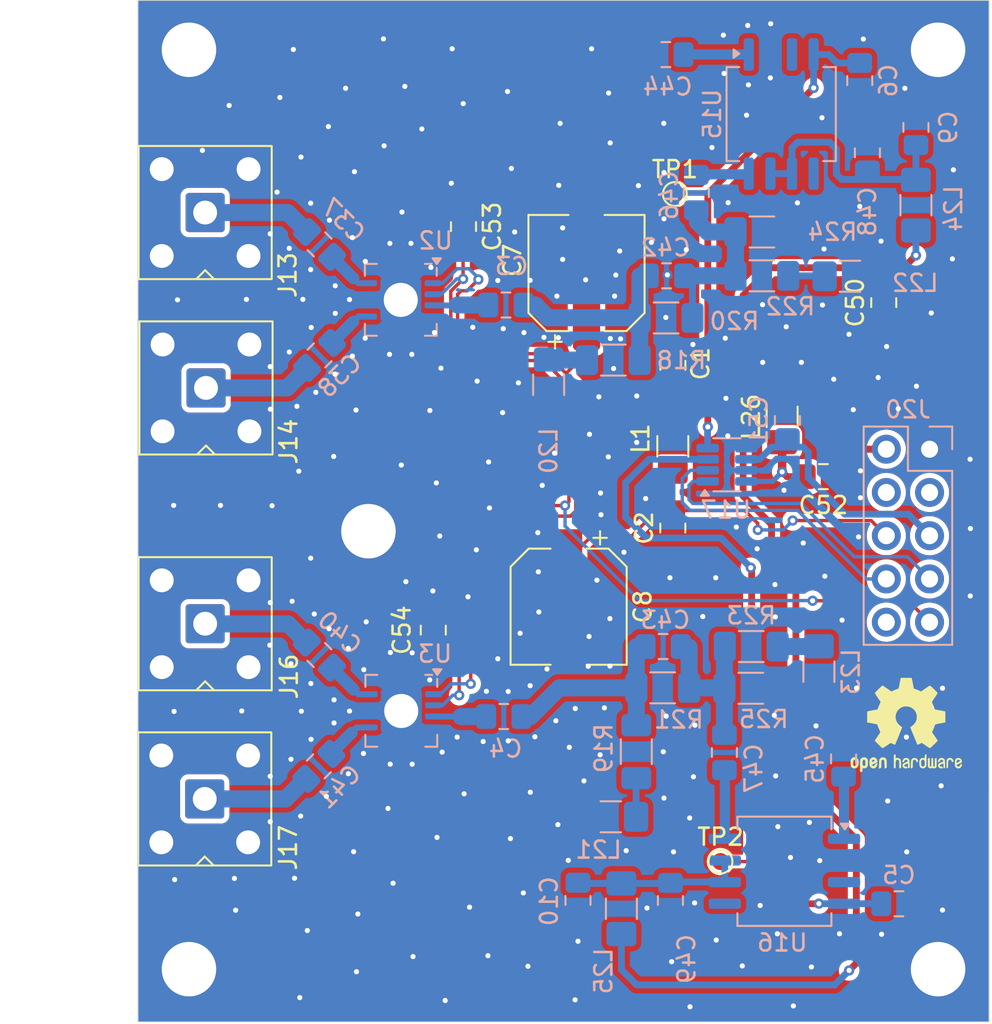
<source format=kicad_pcb>
(kicad_pcb (version 20241229) (generator "pcbnew") (generator_version "9.0")
  (title_block (date "2025-02-10") (rev "3.7") (comment 1 "-change the rf switch´s to HMC849 (since REV 3.5)") (comment 2 "-removed 74HC04 and JP1 (Rev3.5 -> Rev 3.6)") (comment 3 "-add C5/6 (log amp out) and C´s for better ripple attenuation on 3.3V"))
  (layers (0 "F.Cu" signal) (2 "B.Cu" signal) (13 "F.Paste" user) (15 "B.Paste" user) (5 "F.SilkS" user "F.Silkscreen") (7 "B.SilkS" user "B.Silkscreen") (1 "F.Mask" user) (3 "B.Mask" user) (25 "Edge.Cuts" user))
  (net 0 "")
  (net 1 "GND")
  (net 2 "+3.3V")
  (net 3 "INP_SEL")
  (net 4 "LOG_OUT1")
  (net 5 "LOG_OUT2")
  (net 6 "+5V")
  (net 7 "2,6V REF")
  (net 8 "SCL0")
  (net 9 "SDA0")
  (net 10 "INP_SEL2")
  (net 11 "Net-(J13-In)")
  (net 12 "Net-(J14-In)")
  (net 13 "Net-(J16-In)")
  (net 14 "Net-(J17-In)")
  (net 15 "Net-(C42-Pad2)")
  (net 16 "Net-(C43-Pad2)")
  (net 17 "Net-(U15-INLO)")
  (net 18 "Net-(U16-INLO)")
  (net 19 "Net-(U15-INHI)")
  (net 20 "Net-(U16-INHI)")
  (net 21 "Net-(U15-EN)")
  (net 22 "Net-(U16-EN)")
  (net 23 "Net-(L20-Pad1)")
  (net 24 "Net-(L21-Pad1)")
  (net 25 "Net-(L22-Pad1)")
  (net 26 "Net-(L23-Pad1)")
  (net 31 "Net-(U17-VCC)")
  (net 32 "CS0")
  (net 33 "CS1")
  (net 34 "V_HMC")
  (net 35 "Net-(U2-RF2)")
  (net 36 "Net-(U2-RF1)")
  (net 37 "Net-(U3-RF2)")
  (net 38 "Net-(U3-RF1)")
  (net 39 "Net-(U2-RFC)")
  (net 40 "Net-(U3-RFC)")
  (net 41 "Net-(C3-Pad2)")
  (net 42 "Net-(C4-Pad2)")
  (footprint "Capacitor_SMD:C_0805_2012Metric_Pad1.18x1.45mm_HandSolder" (layer "F.Cu") (at 144.175 84.725 -90)
    (property "Reference" "C53")
    (property "Value" "100n")
  )
  (footprint "Capacitor_SMD:CP_Elec_6.3x5.4" (layer "F.Cu") (at 151.4 87.45 90)
    (property "Reference" "C7")
    (property "Value" "470u/6.3V")
  )
  (footprint "Connector_Coaxial:SMA_BAT_Wireless_BWSMA-KWE-Z001" (layer "F.Cu") (at 129 83.9 90)
    (property "Reference" "J13")
    (property "Value" "SMA" (hide yes))
  )
  (footprint "Capacitor_SMD:C_0805_2012Metric_Pad1.18x1.45mm_HandSolder" (layer "F.Cu") (at 168.86 89.19 90)
    (property "Reference" "C50")
    (property "Value" "100n")
  )
  (footprint "TestPoint:TestPoint_Pad_D1.0mm" (layer "F.Cu") (at 159.27 122.02)
    (property "Reference" "TP2")
    (property "Value" "TestPoint")
  )
  (footprint "Connector_Coaxial:SMA_BAT_Wireless_BWSMA-KWE-Z001" (layer "F.Cu") (at 129 108.05 90)
    (property "Reference" "J16")
    (property "Value" "SMA")
  )
  (footprint "Capacitor_SMD:C_0805_2012Metric_Pad1.18x1.45mm_HandSolder" (layer "F.Cu") (at 156.47 102.43 90)
    (property "Reference" "C2")
    (property "Value" "100n")
  )
  (footprint "Connector_Coaxial:SMA_BAT_Wireless_BWSMA-KWE-Z001" (layer "F.Cu") (at 129.05 94.2 90)
    (property "Reference" "J14")
    (property "Value" "SMA")
  )
  (footprint "Connector_Coaxial:SMA_BAT_Wireless_BWSMA-KWE-Z001" (layer "F.Cu") (at 128.975 118.34 90)
    (property "Reference" "J17")
    (property "Value" "SMA")
  )
  (footprint "Inductor_SMD:L_1206_3216Metric_Pad1.42x1.75mm_HandSolder" (layer "F.Cu") (at 162.89 95.9 90)
    (property "Reference" "L26")
    (property "Value" "4u7")
  )
  (footprint "Capacitor_SMD:CP_Elec_6.3x5.4" (layer "F.Cu") (at 150.35 107.05 -90)
    (property "Reference" "C8")
    (property "Value" "470u/6.3V")
  )
  (footprint "Symbol:OSHW-Logo2_7.3x6mm_SilkScreen" (layer "F.Cu") (at 170.18 113.99)
    (property "Reference" "REF**" (hide yes))
    (property "Value" "OSHW-Logo2_7.3x6mm_SilkScreen" (hide yes))
  )
  (footprint "TestPoint:TestPoint_Pad_D1.0mm" (layer "F.Cu") (at 156.59 82.81)
    (property "Reference" "TP1")
    (property "Value" "TestPoint")
  )
  (footprint "Capacitor_SMD:C_0805_2012Metric_Pad1.18x1.45mm_HandSolder" (layer "F.Cu") (at 165.31 99.41 180)
    (property "Reference" "C52")
    (property "Value" "100n")
  )
  (footprint "Inductor_SMD:L_1206_3216Metric_Pad1.42x1.75mm_HandSolder" (layer "F.Cu") (at 156.47 97.63 90)
    (property "Reference" "L1")
    (property "Value" "4u7")
  )
  (footprint "Capacitor_SMD:C_0805_2012Metric_Pad1.18x1.45mm_HandSolder" (layer "F.Cu") (at 156.475 92.875 -90)
    (property "Reference" "C1")
    (property "Value" "100n")
  )
  (footprint "Capacitor_SMD:C_0805_2012Metric_Pad1.18x1.45mm_HandSolder" (layer "F.Cu") (at 142.4 108.425 -90)
    (property "Reference" "C54")
    (property "Value" "100n")
  )
  (footprint "Resistor_SMD:R_1206_3216Metric_Pad1.30x1.75mm_HandSolder" (layer "B.Cu") (at 156.075 90.09)
    (property "Reference" "R20")
    (property "Value" "150R")
  )
  (footprint "Resistor_SMD:R_1206_3216Metric_Pad1.30x1.75mm_HandSolder" (layer "B.Cu") (at 152.975 92.565)
    (property "Reference" "R18")
    (property "Value" "69R8")
  )
  (footprint "Inductor_SMD:L_1206_3216Metric_Pad1.42x1.75mm_HandSolder" (layer "B.Cu") (at 153.45 124.79 -90)
    (property "Reference" "L25")
    (property "Value" "4u7")
  )
  (footprint "Inductor_SMD:L_1206_3216Metric_Pad1.42x1.75mm_HandSolder" (layer "B.Cu") (at 170.75 83.465 -90)
    (property "Reference" "L24")
    (property "Value" "4u7")
  )
  (footprint "Capacitor_SMD:C_0805_2012Metric_Pad1.18x1.45mm_HandSolder" (layer "B.Cu") (at 167.45 76.15 90)
    (property "Reference" "C6")
    (property "Value" "2n2")
  )
  (footprint "Inductor_SMD:L_1206_3216Metric_Pad1.42x1.75mm_HandSolder" (layer "B.Cu") (at 165.05 110.865 -90)
    (property "Reference" "L23")
    (property "Value" "22nH")
  )
  (footprint "Package_CSP:LFCSP-16-1EP_4x4mm_P0.65mm_EP2.4x2.4mm" (layer "B.Cu") (at 140.5225 113.165 180)
    (property "Reference" "U3")
    (property "Value" "HMC849A")
  )
  (footprint "Capacitor_SMD:C_0805_2012Metric_Pad1.18x1.45mm_HandSolder" (layer "B.Cu") (at 156.06 74.62)
    (property "Reference" "C44")
    (property "Value" "100n")
  )
  (footprint "Connector_PinHeader_2.54mm:PinHeader_2x05_P2.54mm_Vertical" (layer "B.Cu") (at 171.55 97.8 180)
    (property "Reference" "J20")
    (property "Value" "Conn_02x05_Odd_Even" (hide yes))
  )
  (footprint "Capacitor_SMD:C_0805_2012Metric_Pad1.18x1.45mm_HandSolder" (layer "B.Cu") (at 167.9 80.39 -90)
    (property "Reference" "C48")
    (property "Value" "100n")
  )
  (footprint "Package_SO:SO-8_5.3x6.2mm_P1.27mm" (layer "B.Cu") (at 163.025 122.59 180)
    (property "Reference" "U16")
    (property "Value" "AD8307")
  )
  (footprint "Resistor_SMD:R_1206_3216Metric_Pad1.30x1.75mm_HandSolder" (layer "B.Cu") (at 154.325 115.565 90)
    (property "Reference" "R19")
    (property "Value" "69R8")
  )
  (footprint "Capacitor_SMD:C_0805_2012Metric_Pad1.18x1.45mm_HandSolder" (layer "B.Cu") (at 166.5 115.99 -90)
    (property "Reference" "C45")
    (property "Value" "100n")
  )
  (footprint "Capacitor_SMD:C_0805_2012Metric_Pad1.18x1.45mm_HandSolder" (layer "B.Cu") (at 163.2 96.115 -90)
    (property "Reference" "C51")
    (property "Value" "100n")
  )
  (footprint "Capacitor_SMD:C_0805_2012Metric_Pad1.18x1.45mm_HandSolder" (layer "B.Cu") (at 159.5 115.615 -90)
    (property "Reference" "C47")
    (property "Value" "100n")
  )
  (footprint "Capacitor_SMD:C_0805_2012Metric_Pad1.18x1.45mm_HandSolder" (layer "B.Cu") (at 156.33 124.31 90)
    (property "Reference" "C49")
    (property "Value" "100n")
  )
  (footprint "Capacitor_SMD:C_0805_2012Metric_Pad1.18x1.45mm_HandSolder" (layer "B.Cu") (at 170.75 78.9 -90)
    (property "Reference" "C9")
    (property "Value" "1u")
  )
  (footprint "Capacitor_SMD:C_0805_2012Metric_Pad1.18x1.45mm_HandSolder" (layer "B.Cu") (at 135.71 109.89 -45)
    (property "Reference" "C40")
    (property "Value" "10n")
  )
  (footprint "Resistor_SMD:R_1206_3216Metric_Pad1.30x1.75mm_HandSolder" (layer "B.Cu") (at 161.05 111.84 180)
    (property "Reference" "R25")
    (property "Value" "52R3")
  )
  (footprint "Capacitor_SMD:C_0805_2012Metric_Pad1.18x1.45mm_HandSolder" (layer "B.Cu") (at 150.9 124.3 90)
    (property "Reference" "C10")
    (property "Value" "1u")
  )
  (footprint "Resistor_SMD:R_1206_3216Metric_Pad1.30x1.75mm_HandSolder" (layer "B.Cu") (at 161.075 109.39 180)
    (property "Reference" "R23")
    (property "Value" "69R8")
  )
  (footprint "Capacitor_SMD:C_0805_2012Metric_Pad1.18x1.45mm_HandSolder" (layer "B.Cu") (at 146.67 89.33)
    (property "Reference" "C3")
    (property "Value" "10n")
  )
  (footprint "Package_SO:SO-8_5.3x6.2mm_P1.27mm" (layer "B.Cu") (at 162.835 78.115 -90)
    (property "Reference" "U15")
    (property "Value" "AD8307")
  )
  (footprint "Resistor_SMD:R_1206_3216Metric_Pad1.30x1.75mm_HandSolder" (layer "B.Cu") (at 161.7 87.615 180)
    (property "Reference" "R22")
    (property "Value" "69R8")
  )
  (footprint "Capacitor_SMD:C_0805_2012Metric_Pad1.18x1.45mm_HandSolder" (layer "B.Cu") (at 169.75 124.5 180)
    (property "Reference" "C5")
    (property "Value" "2n2")
  )
  (footprint "Capacitor_SMD:C_0805_2012Metric_Pad1.18x1.45mm_HandSolder" (layer "B.Cu") (at 157.85 82.73 90)
    (property "Reference" "C46")
    (property "Value" "100n")
  )
  (footprint "Capacitor_SMD:C_0805_2012Metric_Pad1.18x1.45mm_HandSolder" (layer "B.Cu") (at 156.1 87.615)
    (property "Reference" "C42")
    (property "Value" "10p")
  )
  (footprint "Capacitor_SMD:C_0805_2012Metric_Pad1.18x1.45mm_HandSolder" (layer "B.Cu") (at 135.72 92.29 45)
    (property "Reference" "C38")
    (property "Value" "10n")
  )
  (footprint "Inductor_SMD:L_1206_3216Metric_Pad1.42x1.75mm_HandSolder" (layer "B.Cu") (at 149.175 94.015 -90)
    (property "Reference" "L20")
    (property "Value" "22nH")
  )
  (footprint "Capacitor_SMD:C_0805_2012Metric_Pad1.18x1.45mm_HandSolder" (layer "B.Cu") (at 135.72 85.77 -45)
    (property "Reference" "C37")
    (property "Value" "10n")
  )
  (footprint "Capacitor_SMD:C_0805_2012Metric_Pad1.18x1.45mm_HandSolder" (layer "B.Cu") (at 135.68 116.43 45)
    (property "Reference" "C41")
    (property "Value" "10n")
  )
  (footprint "Capacitor_SMD:C_0805_2012Metric_Pad1.18x1.45mm_HandSolder" (layer "B.Cu") (at 146.54 113.5)
    (property "Reference" "C4")
    (property "Value" "10n")
  )
  (footprint "Resistor_SMD:R_1206_3216Metric_Pad1.30x1.75mm_HandSolder" (layer "B.Cu") (at 161.7 85.04 180)
    (property "Reference" "R24")
    (property "Value" "52R3")
  )
  (footprint "Package_TO_SOT_SMD:TSOT-23-8" (layer "B.Cu") (at 159.65 98.715)
    (property "Reference" "U17")
    (property "Value" "AD7991")
  )
  (footprint "Resistor_SMD:R_1206_3216Metric_Pad1.30x1.75mm_HandSolder" (layer "B.Cu") (at 155.875 111.815)
    (property "Reference" "R21")
    (property "Value" "150R")
  )
  (footprint "Package_CSP:LFCSP-16-1EP_4x4mm_P0.65mm_EP2.4x2.4mm" (layer "B.Cu") (at 140.4925 89.025 180)
    (property "Reference" "U2")
    (property "Value" "HMC849A")
  )
  (footprint "Inductor_SMD:L_1206_3216Metric_Pad1.42x1.75mm_HandSolder" (layer "B.Cu") (at 152.825 119.39 180)
    (property "Reference" "L21")
    (property "Value" "22nH")
  )
  (footprint "Inductor_SMD:L_1206_3216Metric_Pad1.42x1.75mm_HandSolder" (layer "B.Cu") (at 166.875 87.64)
    (property "Reference" "L22")
    (property "Value" "22nH")
  )
  (footprint "Capacitor_SMD:C_0805_2012Metric_Pad1.18x1.45mm_HandSolder" (layer "B.Cu") (at 155.9 109.39)
    (property "Reference" "C43")
    (property "Value" "10p")
  )
  (gr_rect (start 125.05 71.44) (end 175.05 131.44) (stroke (width 0.05)) (fill no) (layer "Edge.Cuts"))
  (gr_text "1-500Mhz" (at 150.65 71.73 180) (layer "F.Cu") (effects (font (size 1 1) (thickness 0.2)) (justify left bottom)))
  (gr_text "REV3.7" (at 174.96 123.14 90) (layer "F.Cu") (effects (font (size 1 1) (thickness 0.2)) (justify left bottom)))
  (gr_text "DJ1YR" (at 144.31 131.28 0) (layer "F.Cu") (effects (font (size 1 1) (thickness 0.25) (bold yes)) (justify left bottom)))
  (via (at 141.21 127.6) (size 0.6) (drill 0.3) (layers "F.Cu" "B.Cu") (net 1))
  (via (at 159.44 73.48) (size 0.6) (drill 0.3) (layers "F.Cu" "B.Cu") (net 1))
  (via (at 159.72 83.32) (size 0.6) (drill 0.3) (layers "F.Cu" "B.Cu") (net 1))
  (via (at 148.8 99.925) (size 0.6) (drill 0.3) (layers "F.Cu" "B.Cu") (net 1))
  (via (at 147.18 85.04) (size 0.6) (drill 0.3) (layers "F.Cu" "B.Cu") (net 1))
  (via (at 172.31 111.84) (size 0.6) (drill 0.3) (layers "F.Cu" "B.Cu") (net 1))
  (via (at 145.61 127.55) (size 0.6) (drill 0.3) (layers "F.Cu" "B.Cu") (net 1))
  (via (at 156.06 90.06) (size 0.6) (drill 0.3) (layers "F.Cu" "B.Cu") (net 1))
  (via (at 167.45 83.54) (size 0.6) (drill 0.3) (layers "F.Cu" "B.Cu") (net 1))
  (via (at 161.42 103.65) (size 0.6) (drill 0.3) (layers "F.Cu" "B.Cu") (net 1))
  (via (at 141.16 116.3) (size 0.6) (drill 0.3) (layers "F.Cu" "B.Cu") (net 1))
  (via (at 135.41 107.48) (size 0.6) (drill 0.3) (layers "F.Cu" "B.Cu") (net 1))
  (via (at 141.16 109.76) (size 0.6) (drill 0.3) (layers "F.Cu" "B.Cu") (net 1))
  (via (at 136.12 118.19) (size 0.6) (drill 0.3) (layers "F.Cu" "B.Cu") (net 1))
  (via (at 149.85 78.66) (size 0.6) (drill 0.3) (layers "F.Cu" "B.Cu") (net 1))
  (via (at 127.21 123.08) (size 0.6) (drill 0.3) (layers "F.Cu" "B.Cu") (net 1))
  (via (at 152.25 101.65) (size 0.6) (drill 0.3) (layers "F.Cu" "B.Cu") (net 1))
  (via (at 160.8 78.18) (size 0.6) (drill 0.3) (layers "F.Cu" "B.Cu") (net 1))
  (via (at 154.875 100.7) (size 0.6) (drill 0.3) (layers "F.Cu" "B.Cu") (net 1))
  (via (at 148.09 111.69) (size 0.6) (drill 0.3) (layers "F.Cu" "B.Cu") (net 1))
  (via (at 132.93 101.12) (size 0.6) (drill 0.3) (layers "F.Cu" "B.Cu") (net 1))
  (via (at 148.54 102.7) (size 0.6) (drill 0.3) (layers "F.Cu" "B.Cu") (net 1))
  (via (at 136.57 113.88) (size 0.6) (drill 0.3) (layers "F.Cu" "B.Cu") (net 1))
  (via (at 135.21 111.56) (size 0.6) (drill 0.3) (layers "F.Cu" "B.Cu") (net 1))
  (via (at 132.82 117.01) (size 0.6) (drill 0.3) (layers "F.Cu" "B.Cu") (net 1))
  (via (at 159.7 97.02) (size 0.6) (drill 0.3) (layers "F.Cu" "B.Cu") (net 1))
  (via (at 141.14 92.23) (size 0.6) (drill 0.3) (layers "F.Cu" "B.Cu") (net 1))
  (via (at 148.6 107.36) (size 0.6) (drill 0.3) (layers "F.Cu" "B.Cu") (net 1))
  (via (at 167.66 73.71) (size 0.6) (drill 0.3) (layers "F.Cu" "B.Cu") (net 1))
  (via (at 138.41 86.77) (size 0.6) (drill 0.3) (layers "F.Cu" "B.Cu") (net 1))
  (via (at 136.63 93.39) (size 0.6) (drill 0.3) (layers "F.Cu" "B.Cu") (net 1))
  (via (at 150.9 126.7) (size 0.6) (drill 0.3) (layers "F.Cu" "B.Cu") (net 1))
  (via (at 144.44 106.47) (size 0.6) (drill 0.3) (layers "F.Cu" "B.Cu") (net 1))
  (via (at 155.95 81.55) (size 0.6) (drill 0.3) (layers "F.Cu" "B.Cu") (net 1))
  (via (at 134.11 106.73) (size 0.6) (drill 0.3) (layers "F.Cu" "B.Cu") (net 1))
  (via (at 163.38 121.78) (size 0.6) (drill 0.3) (layers "F.Cu" "B.Cu") (net 1))
  (via (at 152.125 94.725) (size 0.6) (drill 0.3) (layers "F.Cu" "B.Cu") (net 1))
  (via (at 133.225 82.7) (size 0.6) (drill 0.3) (layers "F.Cu" "B.Cu") (net 1))
  (via (at 163.79 83.33) (size 0.6) (drill 0.3) (layers "F.Cu" "B.Cu") (net 1))
  (via (at 145.52 112.02) (size 0.6) (drill 0.3) (layers "F.Cu" "B.Cu") (net 1))
  (via (at 151.575 96.925) (size 0.6) (drill 0.3) (layers "F.Cu" "B.Cu") (net 1))
  (via (at 165.23 78.33) (size 0.6) (drill 0.3) (layers "F.Cu" "B.Cu") (net 1))
  (via (at 167.07 95.48) (size 0.6) (drill 0.3) (layers "F.Cu" "B.Cu") (net 1))
  (via (at 151.5 110.55) (size 0.6) (drill 0.3) (layers "F.Cu" "B.Cu") (net 1))
  (via (at 172.05 74.34) (size 5) (drill 3.2) (layers "F.Cu" "B.Cu") (net 1))
  (via (at 146.19 87.89) (size 0.6) (drill 0.3) (layers "F.Cu" "B.Cu") (net 1))
  (via (at 146.76 76.79) (size 0.6) (drill 0.3) (layers "F.Cu" "B.Cu") (net 1))
  (via (at 142.19 111.35) (size 0.6) (drill 0.3) (layers "F.Cu" "B.Cu") (net 1))
  (via (at 152.7 76.88) (size 0.6) (drill 0.3) (layers "F.Cu" "B.Cu") (net 1))
  (via (at 170.1 76.6) (size 0.6) (drill 0.3) (layers "F.Cu" "B.Cu") (net 1))
  (via (at 155.91 115.57) (size 0.6) (drill 0.3) (layers "F.Cu" "B.Cu") (net 1))
  (via (at 165.92 93.69) (size 0.6) (drill 0.3) (layers "F.Cu" "B.Cu") (net 1))
  (via (at 172.31 124.87) (size 0.6) (drill 0.3) (layers "F.Cu" "B.Cu") (net 1))
  (via (at 167.26 111.83) (size 0.6) (drill 0.3) (layers "F.Cu" "B.Cu") (net 1))
  (via (at 164.61 128.21) (size 0.6) (drill 0.3) (layers "F.Cu" "B.Cu") (net 1))
  (via (at 128.84 80.25) (size 0.6) (drill 0.3) (layers "F.Cu" "B.Cu") (net 1))
  (via (at 159.48 75.73) (size 0.6) (drill 0.3) (layers "F.Cu" "B.Cu") (net 1))
  (via (at 149.52 98.03) (size 0.6) (drill 0.3) (layers "F.Cu" "B.Cu") (net 1))
  (via (at 146.51 90.72) (size 0.6) (drill 0.3) (layers "F.Cu" "B.Cu") (net 1))
  (via (at 155.95 118.29) (size 0.6) (drill 0.3) (layers "F.Cu" "B.Cu") (net 1))
  (via (at 138.46 107.94) (size 0.6) (drill 0.3) (layers "F.Cu" "B.Cu") (net 1))
  (via (at 139.51 79.98) (size 0.6) (drill 0.3) (layers "F.Cu" "B.Cu") (net 1))
  (via (at 130.79 124.88) (size 0.6) (drill 0.3) (layers "F.Cu" "B.Cu") (net 1))
  (via (at 140.56 83.87) (size 0.6) (drill 0.3) (layers "F.Cu" "B.Cu") (net 1))
  (via (at 134.04 116.01) (size 0.6) (drill 0.3) (layers "F.Cu" "B.Cu") (net 1))
  (via (at 167.38 102.95) (size 0.6) (drill 0.3) (layers "F.Cu" "B.Cu") (net 1))
  (via (at 152.45 112.99) (size 0.6) (drill 0.3) (layers "F.Cu" "B.Cu") (net 1))
  (via (at 148.57 105) (size 0.6) (drill 0.3) (layers "F.Cu" "B.Cu") (net 1))
  (via (at 142.2 95.525) (size 0.6) (drill 0.3) (layers "F.Cu" "B.Cu") (net 1))
  (via (at 134.61 119.35) (size 0.6) (drill 0.3) (layers "F.Cu" "B.Cu") (net 1))
  (via (at 165.4 105.26) (size 0.6) (drill 0.3) (layers "F.Cu" "B.Cu") (net 1))
  (via (at 164.88 114.05) (size 0.6) (drill 0.3) (layers "F.Cu" "B.Cu") (net 1))
  (via (at 137.89 128.49) (size 0.6) (drill 0.3) (layers "F.Cu" "B.Cu") (net 1))
  (via (at 161.75 92.7) (size 0.6) (drill 0.3) (layers "F.Cu" "B.Cu") (net 1))
  (via (at 134.5 99.09) (size 0.6) (drill 0.3) (layers "F.Cu" "B.Cu") (net 1))
  (via (at 166.26 126.26) (size 0.6) (drill 0.3) (layers "F.Cu" "B.Cu") (net 1))
  (via (at 134.04 110.4) (size 0.6) (drill 0.3) (layers "F.Cu" "B.Cu") (net 1))
  (via (at 147.725 90.95) (size 0.6) (drill 0.3) (layers "F.Cu" "B.Cu") (net 1))
  (via (at 137.65 92.33) (size 0.6) (drill 0.3) (layers "F.Cu" "B.Cu") (net 1))
  (via (at 137.41 109.5) (size 0.6) (drill 0.3) (layers "F.Cu" "B.Cu") (net 1))
  (via (at 138.4 91.28) (size 0.6) (drill 0.3) (layers "F.Cu" "B.Cu") (net 1))
  (via (at 149.77 82.3) (size 0.6) (drill 0.3) (layers "F.Cu" "B.Cu") (net 1))
  (via (at 152.225 100.375) (size 0.6) (drill 0.3) (layers "F.Cu" "B.Cu") (net 1))
  (via (at 132.82 92.95) (size 0.6) (drill 0.3) (layers "F.Cu" "B.Cu") (net 1))
  (via (at 145.33 114.97) (size 0.6) (drill 0.3) (layers "F.Cu" "B.Cu") (net 1))
  (via (at 168.53 93.59) (size 0.6) (drill 0.3) (layers "F.Cu" "B.Cu") (net 1))
  (via (at 142.92 115.59) (size 0.6) (drill 0.3) (layers "F.Cu" "B.Cu") (net 1))
  (via (at 163 100.21) (size 0.6) (drill 0.3) (layers "F.Cu" "B.Cu") (net 1))
  (via (at 139.85 85.71) (size 0.6) (drill 0.3) (layers "F.Cu" "B.Cu") (net 1))
  (via (at 142.78 102.9) (size 0.6) (drill 0.3) (layers "F.Cu" "B.Cu") (net 1))
  (via (at 137.72 121.44) (size 0.6) (drill 0.3) (layers "F.Cu" "B.Cu") (net 1))
  (via (at 153.4 91.32) (size 0.6) (drill 0.3) (layers "F.Cu" "B.Cu") (net 1))
  (via (at 169.03 91.77) (size 0.6) (drill 0.3) (layers "F.Cu" "B.Cu") (net 1))
  (via (at 127.175 113.2) (size 0.6) (drill 0.3) (layers "F.Cu" "B.Cu") (net 1))
  (via (at 136.57 112.52) (size 0.6) (drill 0.3) (layers "F.Cu" "B.Cu") (net 1))
  (via (at 163.13 90.61) (size 0.6) (drill 0.3) (layers "F.Cu" "B.Cu") (net 1))
  (via (at 159.59 94.81) (size 0.6) (drill 0.3) (layers "F.Cu" "B.Cu") (net 1))
  (via (at 160.2 102.375) (size 0.6) (drill 0.3) (layers "F.Cu" "B.Cu") (net 1))
  (via (at 170.19 114.71) (size 0.6) (drill 0.3) (layers "F.Cu" "B.Cu") (net 1))
  (via (at 162.2 75.99) (size 0.6) (drill 0.3) (layers "F.Cu" "B.Cu") (net 1))
  (via (at 162.51 116.99) (size 0.6) (drill 0.3) (layers "F.Cu" "B.Cu") (net 1))
  (via (at 130.41 77.61) (size 0.6) (drill 0.3) (layers "F.Cu" "B.Cu") (net 1))
  (via (at 139.74 118.9) (size 0.6) (drill 0.3) (layers "F.Cu" "B.Cu") (net 1))
  (via (at 157.75 124.45) (size 0.6) (drill 0.3) (layers "F.Cu" "B.Cu") (net 1))
  (via (at 173.94 106.42) (size 0.6) (drill 0.3) (layers "F.Cu" "B.Cu") (net 1))
  (via (at 150 84.8) (size 0.6) (drill 0.3) (layers "F.Cu" "B.Cu") (net 1))
  (via (at 172.23 117.57) (size 0.6) (drill 0.3) (layers "F.Cu" "B.Cu") (net 1))
  (via (at 172.05 128.34) (size 5) (drill 3.2) (layers "F.Cu" "B.Cu") (net 1))
  (via (at 152.99 93.06) (size 0.6) (drill 0.3) (layers "F.Cu" "B.Cu") (net 1))
  (via (at 147.4 93.9) (size 0.6) (drill 0.3) (layers "F.Cu" "B.Cu") (net 1))
  (via (at 133.39 77.14) (size 0.6) (drill 0.3) (layers "F.Cu" "B.Cu") (net 1))
  (via (at 166.41 107.84) (size 0.6) (drill 0.3) (layers "F.Cu" "B.Cu") (net 1))
  (via (at 128.05 74.34) (size 5) (drill 3.2) (layers "F.Cu" "B.Cu") (net 1))
  (via (at 137.25 76.6) (size 0.6) (drill 0.3) (layers "F.Cu" "B.Cu") (net 1))
  (via (at 158.77 80.08) (size 0.6) (drill 0.3) (layers "F.Cu" "B.Cu") (net 1))
  (via (at 135.2 104.2) (size 0.6) (drill 0.3) (layers "F.Cu" "B.Cu") (net 1))
  (via (at 136.24 78.85) (size 0.6) (drill 0.3) (layers "F.Cu" "B.Cu") (net 1))
  (via (at 150.73 130.14) (size 0.6) (drill 0.3) (layers "F.Cu" "B.Cu") (net 1))
  (via (at 143.51 74.28) (size 0.6) (drill 0.3) (layers "F.Cu" "B.Cu") (net 1))
  (via (at 146.475 95.65) (size 0.6) (drill 0.3) (layers "F.Cu" "B.Cu") (net 1))
  (via (at 144.72 90.64) (size 0.6) (drill 0.3) (layers "F.Cu" "B.Cu") (net 1))
  (via (at 164.49 119.72) (size 0.6) (drill 0.3) (layers "F.Cu" "B.Cu") (net 1))
  (via (at 151.7 74.28) (size 0.6) (drill 0.3) (layers "F.Cu" "B.Cu") (net 1))
  (via (at 142.375 106.125) (size 0.6) (drill 0.3) (layers "F.Cu" "B.Cu") (net 1))
  (via (at 162.61 126.26) (size 0.6) (drill 0.3) (layers "F.Cu" "B.Cu") (net 1))
  (via (at 144.16 77.5) (size 0.6) (drill 0.3) (layers "F.Cu" "B.Cu") (net 1))
  (via (at 137.48 89.01) (size 0.6) (drill 0.3) (layers "F.Cu" "B.Cu") (net 1))
  (via (at 148.9 91.23) (size 0.6) (drill 0.3) (layers "F.Cu" "B.Cu") (net 1))
  (via (at 153.35 86.16) (size 0.6) (drill 0.3) (layers "F.Cu" "B.Cu") (net 1))
  (via (at 153.12 87.57) (size 0.6) (drill 0.3) (layers "F.Cu" "B.Cu") (net 1))
  (via (at 156.15 87.56) (size 0.6) (drill 0.3) (layers "F.Cu" "B.Cu") (net 1))
  (via (at 153.73 121.38) (size 0.6) (drill 0.3) (layers "F.Cu" "B.Cu") (net 1))
  (via (at 151.35 87.85) (size 0.6) (drill 0.3) (layers "F.Cu" "B.Cu") (net 1))
  (via (at 139.88 109.74) (size 0.6) (drill 0.3) (layers "F.Cu" "B.Cu") (net 1))
  (via (at 173.93 98.39) (size 0.6) (drill 0.3) (layers "F.Cu" "B.Cu") (net 1))
  (via (at 148.37 114.69) (size 0.6) (drill 0.3) (layers "F.Cu" "B.Cu") (net 1))
  (via (at 134.18 74.32) (size 0.6) (drill 0.3) (layers "F.Cu" "B.Cu") (net 1))
  (via (at 146.8 112.03) (size 0.6) (drill 0.3) (layers "F.Cu" "B.Cu") (net 1))
  (via (at 136.64 89.82) (size 0.6) (drill 0.3) (layers "F.Cu" "B.Cu") (net 1))
  (via (at 170.21 121.45) (size 0.6) (drill 0.3) (layers "F.Cu" "B.Cu") (net 1))
  (via (at 131.15 113.175) (size 0.6) (drill 0.3) (layers "F.Cu" "B.Cu") (net 1))
  (via (at 155.94 78.66) (size 0.6) (drill 0.3) (layers "F.Cu" "B.Cu") (net 1))
  (via (at 137.77 81.5) (size 0.6) (drill 0.3) (layers "F.Cu" "B.Cu") (net 1))
  (via (at 153.05 88.81) (size 0.6) (drill 0.3) (layers "F.Cu" "B.Cu") (net 1))
  (via (at 156.3 105.35) (size 0.6) (drill 0.3) (layers "F.Cu" "B.Cu") (net 1))
  (via (at 140.49 89.03) (size 2.4) (drill 2) (layers "F.Cu" "B.Cu") (net 1))
  (via (at 155.21 85.65) (size 0.6) (drill 0.3) (layers "F.Cu" "B.Cu") (net 1))
  (via (at 135.22 114.84) (size 0.6) (drill 0.3) (layers "F.Cu" "B.Cu") (net 1))
  (via (at 139.83 92.23) (size 0.6) (drill 0.3) (layers "F.Cu" "B.Cu") (net 1))
  (via (at 147.96 128.17) (size 0.6) (drill 0.3) (layers "F.Cu" "B.Cu") (net 1))
  (via (at 169.71 95.42) (size 0.6) (drill 0.3) (layers "F.Cu" "B.Cu") (net 1))
  (via (at 146.8 114.93) (size 0.6) (drill 0.3) (layers "F.Cu" "B.Cu") (net 1))
  (via (at 162.47 105.75) (size 0.6) (drill 0.3) (layers "F.Cu" "B.Cu") (net 1))
  (via (at 138.3 115.67) (size 0.6) (drill 0.3) (layers "F.Cu" "B.Cu") (net 1))
  (via (at 145.7 101.25) (size 0.6) (drill 0.3) (layers "F.Cu" "B.Cu") (net 1))
  (via (at 148.1 117.95) (size 0.6) (drill 0.3) (layers "F.Cu" "B.Cu") (net 1))
  (via (at 142.62 120.6) (size 0.6) (drill 0.3) (layers "F.Cu" "B.Cu") (net 1))
  (via (at 146.93 120.67) (size 0.6) (drill 0.3) (layers "F.Cu" "B.Cu") (net 1))
  (via (at 142.85 93.04) (size 0.6) (drill 0.3) (layers "F.Cu" "B.Cu") (net 1))
  (via (at 144.53 124.7) (size 0.6) (drill 0.3) (layers "F.Cu" "B.Cu") (net 1))
  (via (at 142.47 90.95) (size 0.6) (drill 0.3) (layers "F.Cu" "B.Cu") (net 1))
  (via (at 137.65 85.37) (size 0.6) (drill 0.3) (layers "F.Cu" "B.Cu") (net 1))
  (via (at 149.6 113.75) (size 0.6) (drill 0.3) (layers "F.Cu" "B.Cu") (net 1))
  (via (at 158.99 105.35) (size 0.6) (drill 0.3) (layers "F.Cu" "B.Cu") (net 1))
  (via (at 170.78 94.1) (size 0.6) (drill 0.3) (layers "F.Cu" "B.Cu") (net 1))
  (via (at 146.19 110.11) (size 0.6) (drill 0.3) (layers "F.Cu" "B.Cu") (net 1))
  (via (at 127.15 101.1) (size 0.6) (drill 0.3) (layers "F.Cu" "B.Cu") (net 1))
  (via (at 157.26 86.08) (size 0.6) (drill 0.3) (layers "F.Cu" "B.Cu") (net 1))
  (via (at 152.2 115.75) (size 0.6) (drill 0.3) (layers "F.Cu" "B.Cu") (net 1))
  (via (at 156.51 121.45) (size 0.6) (drill 0.3) (layers "F.Cu" "B.Cu") (net 1))
  (via (at 158.23 107.63) (size 0.6) (drill 0.3) (layers "F.Cu" "B.Cu") (net 1))
  (via (at 152.01 105.49) (size 0.6) (drill 0.3) (layers "F.Cu" "B.Cu") (net 1))
  (via (at 136.28 108.34) (size 0.6) (drill 0.3) (layers "F.Cu" "B.Cu") (net 1))
  (via (at 155.95 84.27) (size 0.6) (drill 0.3) (layers "F.Cu" "B.Cu") (net 1))
  (via (at 140.5175 113.175) (size 2.4) (drill 2) (layers "F.Cu" "B.Cu") (net 1))
  (via (at 157.48 130.55) (size 0.6) (drill 0.3) (layers "F.Cu" "B.Cu") (net 1))
  (via (at 168.73 126.29) (size 0.6) (drill 0.3) (layers "F.Cu" "B.Cu") (net 1))
  (via (at 147.5 108.61) (size 0.6) (drill 0.3) (layers "F.Cu" "B.Cu") (net 1))
  (via (at 134.56 130.01) (size 0.6) (drill 0.3) (layers "F.Cu" "B.Cu") (net 1))
  (via (at 146.99 81.31) (size 0.6) (drill 0.3) (layers "F.Cu" "B.Cu") (net 1))
  (via (at 137.48 113.18) (size 0.6) (drill 0.3) (layers "F.Cu" "B.Cu") (net 1))
  (via (at 139.475 73.7) (size 0.6) (drill 0.3) (layers "F.Cu" "B.Cu") (net 1))
  (via (at 131.425 89) (size 0.6) (drill 0.3) (layers "F.Cu" "B.Cu") (net 1))
  (via (at 151.25 117.28) (size 0.6) (drill 0.3) (layers "F.Cu" "B.Cu") (net 1))
  (via (at 136.55 98.225) (size 0.6) (drill 0.3) (layers "F.Cu" "B.Cu") (net 1))
  (via (at 149.75 91.25) (size 0.6) (drill 0.3) (layers "F.Cu" "B.Cu") (net 1))
  (via (at 150.33 121.95) (size 0.6) (drill 0.3) (layers "F.Cu" "B.Cu") (net 1))
  (via (at 144.93 103.71) (size 0.6) (drill 0.3) (layers "F.Cu" "B.Cu") (net 1))
  (via (at 165.1 121.965) (size 0.6) (drill 0.3) (layers "F.Cu" "B.Cu") (net 1))
  (via (at 140.79 105.58) (size 0.6) (drill 0.3) (layers "F.Cu" "B.Cu") (net 1))
  (via (at 156.08 113.48) (size 0.6) (drill 0.3) (layers "F.Cu" "B.Cu") (net 1))
  (via (at 137.97 125.1) (size 0.6) (drill 0.3) (layers "F.Cu" "B.Cu") (net 1))
  (via (at 164.13 103.31) (size 0.6) (drill 0.3) (layers "F.Cu" "B.Cu") (net 1))
  (via (at 135.23 90.65) (size 0.6) (drill 0.3) (layers "F.Cu" "B.Cu") (net 1))
  (via (at 161.74 89.31) (size 0.6) (drill 0.3) (layers "F.Cu" "B.Cu") (net 1))
  (via (at 167.49 100.65) (size 0.6) (drill 0.3) (layers "F.Cu" "B.Cu") (net 1))
  (via (at 132.82 85.15) (size 0.6) (drill 0.3) (layers "F.Cu" "B.Cu") (net 1))
  (via (at 171.65 89.8) (size 0.6) (drill 0.3) (layers "F.Cu" "B.Cu") (net 1))
  (via (at 152.8 91.3) (size 0.6) (drill 0.3) (layers "F.Cu" "B.Cu") (net 1))
  (via (at 149.08 110.71) (size 0.6) (drill 0.3) (layers "F.Cu" "B.Cu") (net 1))
  (via (at 149.72 119.85) (size 0.6) (drill 0.3) (layers "F.Cu" "B.Cu") (net 1))
  (via (at 154.35 97.4) (size 0.6) (drill 0.3) (layers "F.Cu" "B.Cu") (net 1))
  (via (at 150.74 113.03) (size 0.6) (drill 0.3) (layers "F.Cu" "B.Cu") (net 1))
  (via (at 152.775 107.75) (size 0.6) (drill 0.3) (layers "F.Cu" "B.Cu") (net 1))
  (via (at 136.64 88.2) (size 0.6) (drill 0.3) (layers "F.Cu" "B.Cu") (net 1))
  (via (at 173.95 102.46) (size 0.6) (drill 0.3) (layers "F.Cu" "B.Cu") (net 1))
  (via (at 135.2 87.25) (size 0.6) (drill 0.3) (layers "F.Cu" "B.Cu") (net 1))
  (via (at 138.591932 102.614999) (size 5) (drill 3.2) (layers "F.Cu" "B.Cu") (net 1))
  (via (at 163.55 130.5) (size 0.6) (drill 0.3) (layers "F.Cu" "B.Cu") (net 1))
  (via (at 150 86.65) (size 0.6) (drill 0.3) (layers "F.Cu" "B.Cu") (net 1))
  (via (at 142.26 87.12) (size 0.6) (drill 0.3) (layers "F.Cu" "B.Cu") (net 1))
  (via (at 127.375 89.025) (size 0.6) (drill 0.3) (layers "F.Cu" "B.Cu") (net 1))
  (via (at 172.95 81.39) (size 0.6) (drill 0.3) (layers "F.Cu" "B.Cu") (net 1))
  (via (at 144.21 118.04) (size 0.6) (drill 0.3) (layers "F.Cu" "B.Cu") (net 1))
  (via (at 165.35 86.04) (size 0.6) (drill 0.3) (layers "F.Cu" "B.Cu") (net 1))
  (via (at 147.69 123.86) (size 0.6) (drill 0.3) (layers "F.Cu" "B.Cu") (net 1))
  (via (at 164.02 92.7) (size 0.6) (drill 0.3) (layers "F.Cu" "B.Cu") (net 1))
  (via (at 154.35 94.675) (size 0.6) (drill 0.3) (layers "F.Cu" "B.Cu") (net 1))
  (via (at 145.65 98.55) (size 0.6) (drill 0.3) (layers "F.Cu" "B.Cu") (net 1))
  (via (at 156.4 127.9) (size 0.6) (drill 0.3) (layers "F.Cu" "B.Cu") (net 1))
  (via (at 135.5 94.46) (size 0.6) (drill 0.3) (layers "F.Cu" "B.Cu") (net 1))
  (via (at 143.46 82.18) (size 0.6) (drill 0.3) (layers "F.Cu" "B.Cu") (net 1))
  (via (at 128.05 128.34) (size 5) (drill 3.2) (layers "F.Cu" "B.Cu") (net 1))
  (via (at 152.68 98.25) (size 0.6) (drill 0.3) (layers "F.Cu" "B.Cu") (net 1))
  (via (at 168.7 85.58) (size 0.6) (drill 0.3) (layers "F.Cu" "B.Cu") (net 1))
  (via (at 139.87 116.3) (size 0.6) (drill 0.3) (layers "F.Cu" "B.Cu") (net 1))
  (via (at 140.04 123.29) (size 0.6) (drill 0.3) (layers "F.Cu" "B.Cu") (net 1))
  (via (at 132.8 109.31) (size 0.6) (drill 0.3) (layers "F.Cu" "B.Cu") (net 1))
  (via (at 129.9 101.1) (size 0.6) (drill 0.3) (layers "F.Cu" "B.Cu") (net 1))
  (via (at 152.78 110.54) (size 0.6) (drill 0.3) (layers "F.Cu" "B.Cu") (net 1))
  (via (at 133.94 92.09) (size 0.6) (drill 0.3) (layers "F.Cu" "B.Cu") (net 1))
  (via (at 133.94 86) (size 0.6) (drill 0.3) (layers "F.Cu" "B.Cu") (net 1))
  (via (at 162.43 113.43) (size 0.6) (drill 0.3) (layers "F.Cu" "B.Cu") (net 1))
  (via (at 159.02 126.63) (size 0.6) (drill 0.3) (layers "F.Cu" "B.Cu") (net 1))
  (via (at 167.49 99.07) (size 0.6) (drill 0.3) (layers "F.Cu" "B.Cu") (net 1))
  (via (at 160.91 76.4) (size 0.6) (drill 0.3) (layers "F.Cu" "B.Cu") (net 1))
  (via (at 157.46 119.46) (size 0.6) (drill 0.3) (layers "F.Cu" "B.Cu") (net 1))
  (via (at 162.64 119.97) (size 0.6) (drill 0.3) (layers "F.Cu" "B.Cu") (net 1))
  (via (at 152.79 79.81) (size 0.6) (drill 0.3) (layers "F.Cu" "B.Cu") (net 1))
  (via (at 166.82 91.05) (size 0.6) (drill 0.3) (layers "F.Cu" "B.Cu") (net 1))
  (via (at 130.72 123.01) (size 0.6) (drill 0.3) (layers "F.Cu" "B.Cu") (net 1))
  (via (at 138.32 110.75) (size 0.6) (drill 0.3) (layers "F.Cu" "B.Cu") (net 1))
  (via (at 132.83 95.45) (size 0.6) (drill 0.3) (layers "F.Cu" "B.Cu") (net 1))
  (via (at 137.86 95.5) (size 0.6) (drill 0.3) (layers "F.Cu" "B.Cu") (net 1))
  (via (at 150.39 115.31) (size 0.6) (drill 0.3) (layers "F.Cu" "B.Cu") (net 1))
  (via (at 169.09 118.46) (size 0.6) (drill 0.3) (layers "F.Cu" "B.Cu") (net 1))
  (via (at 172.89 86.62) (size 0.6) (drill 0.3) (layers "F.Cu" "B.Cu") (net 1))
  (via (at 157.68 117.04) (size 0.6) (drill 0.3) (layers "F.Cu" "B.Cu") (net 1))
  (via (at 154.95 124.75) (size 0.6) (drill 0.3) (layers "F.Cu" "B.Cu") (net 1))
  (via (at 141.09 85.71) (size 0.6) (drill 0.3) (layers "F.Cu" "B.Cu") (net 1))
  (via (at 157.65 91.65) (size 0.6) (drill 0.3) (layers "F.Cu" "B.Cu") (net 1))
  (via (at 159.55 91.28) (size 0.6) (drill 0.3) (layers "F.Cu" "B.Cu") (net 1))
  (via (at 151.55 108.8) (size 0.6) (drill 0.3) (layers "F.Cu" "B.Cu") (net 1))
  (via (at 153.6 103.85) (size 0.6) (drill 0.3) (layers "F.Cu" "B.Cu") (net 1))
  (via (at 132.825 106.81) (size 0.6) (drill 0.3) (layers "F.Cu" "B.Cu") (net 1))
  (via (at 134.65 113.19) (size 0.6) (drill 0.3) (layers "F.Cu" "B.Cu") (net 1))
  (via (at 132.82 119.68) (size 0.6) (drill 0.3) (layers "F.Cu" "B.Cu") (net 1))
  (via (at 140.73 76.49) (size 0.6) (drill 0.3) (layers "F.Cu" "B.Cu") (net 1))
  (via (at 160.55 128.15) (size 0.6) (drill 0.3) (layers "F.Cu" "B.Cu") (net 1))
  (via (at 134.39 95.28) (size 0.6) (drill 0.3) (layers "F.Cu" "B.Cu") (net 1))
  (via (at 154.45 82.32) (size 0.6) (drill 0.3) (layers "F.Cu" "B.Cu") (net 1))
  (via (at 141.73 78.99) (size 0.6) (drill 0.3) (layers "F.Cu" "B.Cu") (net 1))
  (via (at 143.8 114.71) (size 0.6) (drill 0.3) (layers "F.Cu" "B.Cu") (net 1))
  (via (at 134.74 89) (size 0.6) (drill 0.3) (layers "F.Cu" "B.Cu") (net 1))
  (via (at 161.6 124.6) (size 0.6) (drill 0.3) (layers "F.Cu" "B.Cu") (net 1))
  (via (at 148.09 87.88) (size 0.6) (drill 0.3) (layers "F.Cu" "B.Cu") (net 1))
  (via (at 162.49 107.65) (size 0.6) (drill 0.3) (layers "F.Cu" "B.Cu") (net 1))
  (via (at 134.63 80.64) (size 0.6) (drill 0.3) (layers "F.Cu" "B.Cu") (net 1))
  (via (at 157.77 114.01) (size 0.6) (drill 0.3) (layers "F.Cu" "B.Cu") (net 1))
  (via (at 135 126.07) (size 0.6) (drill 0.3) (layers "F.Cu" "B.Cu") (net 1))
  (via (at 165.26 89.33) (size 0.6) (drill 0.3) (layers "F.Cu" "B.Cu") (net 1))
  (via (at 144.975 93.8) (size 0.6) (drill 0.3) (layers "F.Cu" "B.Cu") (net 1))
  (via (at 136.3 84.35) (size 0.6) (drill 0.3) (layers "F.Cu" "B.Cu") (net 1))
  (via (at 134.25 123) (size 0.6) (drill 0.3) (layers "F.Cu" "B.Cu") (net 1))
  (via (at 137.41 116.86) (size 0.6) (drill 0.3) (layers "F.Cu" "B.Cu") (net 1))
  (via (at 142.58 99.78) (size 0.6) (drill 0.3) (layers "F.Cu" "B.Cu") (net 1))
  (via (at 162.22 72.81) (size 0.6) (drill 0.3) (layers "F.Cu" "B.Cu") (net 1))
  (via (at 160.87 72.91) (size 0.6) (drill 0.3) (layers "F.Cu" "B.Cu") (net 1))
  (via (at 140.52 98.73) (size 0.6) (drill 0.3) (layers "F.Cu" "B.Cu") (net 1))
  (via (at 149.66 88.81) (size 0.6) (drill 0.3) (layers "F.Cu" "B.Cu") (net 1))
  (via (at 135.2 83.35) (size 0.6) (drill 0.3) (layers "F.Cu" "B.Cu") (net 1))
  (via (at 143.1 130.18) (size 0.6) (drill 0.3) (layers "F.Cu" "B.Cu") (net 1))
  (segment (start 156.5325 101.4) (end 160.7 101.4) (width 0.2) (layer "F.Cu") (net 2))
  (segment (start 150.35 104.25) (end 151.7 102.9) (width 0.2) (layer "F.Cu") (net 2))
  (segment (start 154.05 102.9) (end 155.5575 101.3925) (width 0.2) (layer "F.Cu") (net 2))
  (segment (start 168.12 101.99) (end 163.51 101.99) (width 0.2) (layer "F.Cu") (net 2))
  (segment (start 169.01 102.88) (end 168.12 101.99) (width 0.2) (layer "F.Cu") (net 2))
  (segment (start 151.7 102.9) (end 154.05 102.9) (width 0.2) (layer "F.Cu") (net 2))
  (segment (start 156.47 99.1175) (end 156.47 101.3375) (width 0.2) (layer "F.Cu") (net 2))
  (segment (start 160.7 101.4) (end 161.46 102.16) (width 0.2) (layer "F.Cu") (net 2))
  (segment (start 169.01 102.88) (end 169.515 102.88) (width 0.2) (layer "F.Cu") (net 2))
  (segment (start 156.47 101.3375) (end 156.5325 101.4) (width 0.2) (layer "F.Cu") (net 2))
  (segment (start 155.5575 101.3925) (end 156.47 101.3925) (width 0.2) (layer "F.Cu") (net 2))
  (segment (start 161.46 102.16) (end 161.46 102.54) (width 0.2) (layer "F.Cu") (net 2))
  (via (at 163.51 101.99) (size 0.6) (drill 0.3) (layers "F.Cu" "B.Cu") (net 2))
  (via (at 161.46 102.54) (size 0.6) (drill 0.3) (layers "F.Cu" "B.Cu") (net 2))
  (segment (start 162.96 102.54) (end 161.46 102.54) (width 0.2) (layer "B.Cu") (net 2))
  (segment (start 163.51 101.99) (end 163.51 101.95) (width 0.2) (layer "B.Cu") (net 2))
  (segment (start 163.51 101.99) (end 162.96 102.54) (width 0.2) (layer "B.Cu") (net 2))
  (segment (start 144.9839 92.591) (end 145.3161 92.591) (width 0.2) (layer "F.Cu") (net 3))
  (segment (start 146.339 102.011) (end 146.339 107.02) (width 0.2) (layer "F.Cu") (net 3))
  (segment (start 144.351786 92.591) (end 144.9839 92.591) (width 0.2) (layer "F.Cu") (net 3))
  (segment (start 143.92 109.44) (end 143.92 109.525) (width 0.2) (layer "F.Cu") (net 3))
  (segment (start 146.34 107.02) (end 143.92 109.44) (width 0.2) (layer "F.Cu") (net 3))
  (segment (start 171.55 107.96) (end 170.29 106.7) (width 0.2) (layer "F.Cu") (net 3))
  (segment (start 144.15 87.8) (end 144.15 85.874943) (width 0.2) (layer "F.Cu") (net 3))
  (segment (start 147.24 101.11) (end 146.339 102.011) (width 0.2) (layer "F.Cu") (net 3))
  (segment (start 143.43 88.52) (end 143.43 88.5329) (width 0.2) (layer "F.Cu") (net 3))
  (segment (start 143.92 109.525) (end 143.92 112.25) (width 0.2) (layer "F.Cu") (net 3))
  (segment (start 150.369 95.9814) (end 150.369 96.3136) (width 0.2) (layer "F.Cu") (net 3))
  (segment (start 143.784686 92.3561) (end 144.019586 92.591) (width 0.2) (layer "F.Cu") (net 3))
  (segment (start 150.369 96.3136) (end 150.369 100.881) (width 0.2) (layer "F.Cu") (net 3))
  (segment (start 170.29 106.7) (end 169.49 106.7) (width 0.2) (layer "F.Cu") (net 3))
  (segment (start 143.43 92.001414) (end 143.6639 92.235314) (width 0.2) (layer "F.Cu") (net 3))
  (segment (start 145.3161 92.591) (end 145.4561 92.591) (width 0.2) (layer "F.Cu") (net 3))
  (segment (start 150.369 94.0861) (end 150.369 95.9814) (width 0.2) (layer "F.Cu") (net 3))
  (segment (start 148.8739 92.591) (end 150.369 94.0861) (width 0.2) (layer "F.Cu") (net 3))
  (segment (start 143.8575 109.4625) (end 143.92 109.525) (width 0.2) (layer "F.Cu") (net 3))
  (segment (start 143.6639 92.235314) (end 143.778586 92.35) (width 0.2) (layer "F.Cu") (net 3))
  (segment (start 143.429 92.000414) (end 143.43 92.001414) (width 0.2) (layer "F.Cu") (net 3))
  (segment (start 144.15 85.874943) (end 144.106278 85.831221) (width 0.2) (layer "F.Cu") (net 3))
  (segment (start 145.4561 92.591) (end 148.8739 92.591) (width 0.2) (layer "F.Cu") (net 3))
  (segment (start 169.49 106.7) (end 164.68 106.7) (width 0.2) (layer "F.Cu") (net 3))
  (segment (start 143.778586 92.35) (end 143.784686 92.3561) (width 0.2) (layer "F.Cu") (net 3))
  (segment (start 143.429 88.5339) (end 143.429 88.8661) (width 0.2) (layer "F.Cu") (net 3))
  (segment (start 143.43 88.5329) (end 143.429 88.5339) (width 0.2) (layer "F.Cu") (net 3))
  (segment (start 143.429 88.8661) (end 143.429 91.668214) (width 0.2) (layer "F.Cu") (net 3))
  (segment (start 144.019586 92.591) (end 144.351786 92.591) (width 0.2) (layer "F.Cu") (net 3))
  (segment (start 150.14 101.11) (end 147.24 101.11) (width 0.2) (layer "F.Cu") (net 3))
  (segment (start 150.369 100.881) (end 150.14 101.11) (width 0.2) (layer "F.Cu") (net 3))
  (segment (start 142.4 109.4625) (end 143.8575 109.4625) (width 0.2) (layer "F.Cu") (net 3))
  (segment (start 143.429 91.668214) (end 143.429 92.000414) (width 0.2) (layer "F.Cu") (net 3))
  (segment (start 144.15 87.8) (end 143.43 88.52) (width 0.2) (layer "F.Cu") (net 3))
  (via (at 150.14 101.11) (size 0.6) (drill 0.3) (layers "F.Cu" "B.Cu") (net 3))
  (via (at 164.68 106.7) (size 0.6) (drill 0.3) (layers "F.Cu" "B.Cu") (net 3))
  (via (at 143.92 112.25) (size 0.6) (drill 0.3) (layers "F.Cu" "B.Cu") (net 3))
  (via (at 144.15 87.8) (size 0.6) (drill 0.3) (layers "F.Cu" "B.Cu") (net 3))
  (segment (start 150.14 102.313529) (end 150.14 101.11) (width 0.2) (layer "B.Cu") (net 3))
  (segment (start 143.54 112.25) (end 143.92 112.25) (width 0.2) (layer "B.Cu") (net 3))
  (segment (start 142.865 88.705) (end 143.77 87.8) (width 0.2) (layer "B.Cu") (net 3))
  (segment (start 142.405 112.85) (end 142.94 112.85) (width 0.2) (layer "B.Cu") (net 3))
  (segment (start 164.68 106.7) (end 164.67 106.69) (width 0.2) (layer "B.Cu") (net 3))
  (segment (start 142.3775 88.705) (end 142.865 88.705) (width 0.2) (layer "B.Cu") (net 3))
  (segment (start 142.94 112.85) (end 143.54 112.25) (width 0.2) (layer "B.Cu") (net 3))
  (segment (start 143.77 87.8) (end 144.15 87.8) (width 0.2) (layer "B.Cu") (net 3))
  (segment (start 154.516471 106.69) (end 150.14 102.313529) (width 0.2) (layer "B.Cu") (net 3))
  (segment (start 164.67 106.69) (end 154.516471 106.69) (width 0.2) (layer "B.Cu") (net 3))
  (segment (start 158.525 96.49) (end 158.525 83.59) (width 0.4) (layer "F.Cu") (net 4))
  (segment (start 156.59 82.81) (end 158.51 82.81) (width 0.2) (layer "F.Cu") (net 4))
  (segment (start 158.51 82.81) (end 158.525 82.795) (width 0.2) (layer "F.Cu") (net 4))
  (segment (start 158.525 83.59) (end 158.525 82.795) (width 0.4) (layer "F.Cu") (net 4))
  (segment (start 158.525 82.795) (end 164.74 76.58) (width 0.4) (layer "F.Cu") (net 4))
  (via (at 164.74 76.58) (size 0.6) (drill 0.3) (layers "F.Cu" "B.Cu") (net 4))
  (via (at 158.525 96.49) (size 0.6) (drill 0.3) (layers "F.Cu" "B.Cu") (net 4))
  (segment (start 164.74 74.615) (end 164.74 76.58) (width 0.4) (layer "B.Cu") (net 4))
  (segment (start 164.75 76.59) (end 164.74 76.58) (width 0.4) (layer "B.Cu") (net 4))
  (segment (start 165.615 74.615) (end 166.1125 75.1125) (width 0.4) (layer "B.Cu") (net 4))
  (segment (start 164.74 74.615) (end 165.615 74.615) (width 0.4) (layer "B.Cu") (net 4))
  (segment (start 158.5125 96.5025) (end 158.525 96.49) (width 0.4) (layer "B.Cu") (net 4))
  (segment (start 158.5125 97.74) (end 158.5125 96.5025) (width 0.4) (layer "B.Cu") (net 4))
  (segment (start 166.1125 75.1125) (end 167.45 75.1125) (width 0.4) (layer "B.Cu") (net 4))
  (segment (start 161.1 104.81) (end 161.1 122.05) (width 0.4) (layer "F.Cu") (net 5))
  (segment (start 161.1 122.05) (end 161.375 122.325) (width 0.4) (layer "F.Cu") (net 5))
  (segment (start 161.375 122.325) (end 163.55 124.5) (width 0.4) (layer "F.Cu") (net 5))
  (segment (start 163.55 124.5) (end 165.04 124.5) (width 0.4) (layer "F.Cu") (net 5))
  (segment (start 161.375 122.325) (end 161.07 122.02) (width 0.2) (layer "F.Cu") (net 5))
  (segment (start 161.05 104.76) (end 161.1 104.81) (width 0.4) (layer "F.Cu") (net 5))
  (segment (start 161.07 122.02) (end 159.62 122.02) (width 0.2) (layer "F.Cu") (net 5))
  (segment (start 159.62 122.02) (end 159.32 122.32) (width 0.2) (layer "F.Cu") (net 5))
  (segment (start 165.04 124.5) (end 165.05 124.49) (width 0.4) (layer "F.Cu") (net 5))
  (via (at 165.05 124.49) (size 0.6) (drill 0.3) (layers "F.Cu" "B.Cu") (net 5))
  (via (at 161.05 104.76) (size 0.6) (drill 0.3) (layers "F.Cu" "B.Cu") (net 5))
  (segment (start 166.525 124.495) (end 165.055 124.495) (width 0.4) (layer "B.Cu") (net 5))
  (segment (start 154.925 103.015) (end 153.7 101.79) (width 0.4) (layer "B.Cu") (net 5))
  (segment (start 153.7 101.79) (end 153.7 99.765) (width 0.4) (layer "B.Cu") (net 5))
  (segment (start 161.05 104.76) (end 159.305 103.015) (width 0.4) (layer "B.Cu") (net 5))
  (segment (start 153.7 99.765) (end 155.075 98.39) (width 0.4) (layer "B.Cu") (net 5))
  (segment (start 166.525 124.495) (end 168.7075 124.495) (width 0.4) (layer "B.Cu") (net 5))
  (segment (start 159.305 103.015) (end 154.925 103.015) (width 0.4) (layer "B.Cu") (net 5))
  (segment (start 155.075 98.39) (end 158.5125 98.39) (width 0.4) (layer "B.Cu") (net 5))
  (segment (start 165.05 124.49) (end 165.055 124.495) (width 0.4) (layer "B.Cu") (net 5))
  (segment (start 168.7075 124.495) (end 168.7125 124.5) (width 0.4) (layer "B.Cu") (net 5))
  (segment (start 163.7 117.165) (end 167.25 120.715) (width 0.4) (layer "F.Cu") (net 6))
  (segment (start 166.12 97.8) (end 165.05 96.73) (width 0.4) (layer "F.Cu") (net 6))
  (segment (start 165.05 95.16) (end 164.3025 94.4125) (width 0.4) (layer "F.Cu") (net 6))
  (segment (start 160.6 99.74) (end 160.65 99.69) (width 0.4) (layer "F.Cu") (net 6))
  (segment (start 160.6275 94.4125) (end 160.6 94.44) (width 0.4) (layer "F.Cu") (net 6))
  (segment (start 160.6 100.09) (end 160.6 100.55) (width 0.4) (layer "F.Cu") (net 6))
  (segment (start 160.6 94.44) (end 160.6 99.74) (width 0.4) (layer "F.Cu") (net 6))
  (segment (start 168.875 88.1375) (end 168.875 87.14) (width 0.4) (layer "F.Cu") (net 6))
  (segment (start 165.05 96.73) (end 165.05 95.16) (width 0.4) (layer "F.Cu") (net 6))
  (segment (start 160.6 88.765) (end 160.6 94.44) (width 0.4) (layer "F.Cu") (net 6))
  (segment (start 162.225 87.14) (end 160.6 88.765) (width 0.4) (layer "F.Cu") (net 6))
  (segment (start 160.59 100.1) (end 160.6 100.09) (width 0.2) (layer "F.Cu") (net 6))
  (segment (start 167.9 97.8) (end 169.01 97.8) (width 0.4) (layer "F.Cu") (net 6))
  (segment (start 170.75 86.415) (end 170.025 87.14) (width 0.4) (layer "F.Cu") (net 6))
  (segment (start 170.025 87.14) (end 168.875 87.14) (width 0.4) (layer "F.Cu") (net 6))
  (segment (start 162.89 94.4125) (end 160.6275 94.4125) (width 0.4) (layer "F.Cu") (net 6))
  (segment (start 167.25 120.715) (end 167.25 127.99) (width 0.4) (layer "F.Cu") (net 6))
  (segment (start 160.6 99.74) (end 160.6 100.09) (width 0.4) (layer "F.Cu") (net 6))
  (segment (start 162.27 102.22) (end 162.27 103.985) (width 0.4) (layer "F.Cu") (net 6))
  (segment (start 164.3025 94.4125) (end 162.89 94.4125) (width 0.4) (layer "F.Cu") (net 6))
  (segment (start 167.25 127.99) (end 166.825 128.415) (width 0.4) (layer "F.Cu") (net 6))
  (segment (start 169.01 97.8) (end 166.12 97.8) (width 0.4) (layer "F.Cu") (net 6))
  (segment (start 168.875 87.14) (end 162.225 87.14) (width 0.4) (layer "F.Cu") (net 6))
  (segment (start 168.86 88.1525) (end 168.875 88.1375) (width 0.4) (layer "F.Cu") (net 6))
  (segment (start 162.27 103.985) (end 163.7 105.415) (width 0.4) (layer "F.Cu") (net 6))
  (segment (start 160.6 100.55) (end 162.27 102.22) (width 0.4) (layer "F.Cu") (net 6))
  (segment (start 163.7 105.415) (end 163.7 117.165) (width 0.4) (layer "F.Cu") (net 6))
  (via (at 166.825 128.415) (size 0.6) (drill 0.3) (layers "F.Cu" "B.Cu") (net 6))
  (via (at 170.75 86.415) (size 0.6) (drill 0.3) (layers "F.Cu" "B.Cu") (net 6))
  (segment (start 154.35 129.265) (end 165.975 129.265) (width 0.4) (layer "B.Cu") (net 6))
  (segment (start 153.45 128.365) (end 154.35 129.265) (width 0.4) (layer "B.Cu") (net 6))
  (segment (start 165.975 129.265) (end 166.825 128.415) (width 0.4) (layer "B.Cu") (net 6))
  (segment (start 170.75 84.9525) (end 170.75 86.415) (width 0.4) (layer "B.Cu") (net 6))
  (segment (start 153.45 126.2775) (end 153.45 128.365) (width 0.4) (layer "B.Cu") (net 6))
  (segment (start 164.125 97.6775) (end 163.2 97.6775) (width 0.4) (layer "B.Cu") (net 7))
  (segment (start 166.575 101.615) (end 164.425 99.465) (width 0.4) (layer "B.Cu") (net 7))
  (segment (start 171.55 102.865) (end 170.3 101.615) (width 0.4) (layer "B.Cu") (net 7))
  (segment (start 160.7875 98.39) (end 161.575 98.39) (width 0.4) (layer "B.Cu") (net 7))
  (segment (start 171.55 102.88) (end 171.55 102.865) (width 0.4) (layer "B.Cu") (net 7))
  (segment (start 161.575 98.39) (end 162.2875 97.6775) (width 0.4) (layer "B.Cu") (net 7))
  (segment (start 164.425 97.9775) (end 164.125 97.6775) (width 0.4) (layer "B.Cu") (net 7))
  (segment (start 164.425 99.465) (end 164.425 97.9775) (width 0.4) (layer "B.Cu") (net 7))
  (segment (start 162.2875 97.6775) (end 163.2 97.6775) (width 0.4) (layer "B.Cu") (net 7))
  (segment (start 170.3 101.615) (end 166.575 101.615) (width 0.4) (layer "B.Cu") (net 7))
  (segment (start 158.5125 99.69) (end 157.65 99.69) (width 0.2) (layer "B.Cu") (net 8))
  (segment (start 157.425 100.765) (end 157.65 100.99) (width 0.2) (layer "B.Cu") (net 8))
  (segment (start 162.475 100.99) (end 164 100.99) (width 0.2) (layer "B.Cu") (net 8))
  (segment (start 157.65 100.99) (end 162.475 100.99) (width 0.2) (layer "B.Cu") (net 8))
  (segment (start 164 100.99) (end 167.125 104.115) (width 0.2) (layer "B.Cu") (net 8))
  (segment (start 162.475 100.99) (end 162.6 100.99) (width 0.2) (layer "B.Cu") (net 8))
  (segment (start 157.425 99.915) (end 157.425 100.765) (width 0.2) (layer "B.Cu") (net 8))
  (segment (start 167.125 104.115) (end 170.245 104.115) (width 0.2) (layer "B.Cu") (net 8))
  (segment (start 157.65 99.69) (end 157.425 99.915) (width 0.2) (layer "B.Cu") (net 8))
  (segment (start 170.245 104.115) (end 171.55 105.42) (width 0.2) (layer "B.Cu") (net 8))
  (segment (start 157.484314 101.39) (end 163.8 101.39) (width 0.2) (layer "B.Cu") (net 9))
  (segment (start 163.8 101.39) (end 167.83 105.42) (width 0.2) (layer "B.Cu") (net 9))
  (segment (start 157.025 100.930686) (end 157.484314 101.39) (width 0.2) (layer "B.Cu") (net 9))
  (segment (start 167.83 105.42) (end 169.01 105.42) (width 0.2) (layer "B.Cu") (net 9))
  (segment (start 157.5 99.04) (end 157.025 99.515) (width 0.2) (layer "B.Cu") (net 9))
  (segment (start 158.5125 99.04) (end 157.5 99.04) (width 0.2) (layer "B.Cu") (net 9))
  (segment (start 157.025 99.515) (end 157.025 100.930686) (width 0.2) (layer "B.Cu") (net 9))
  (segment (start 133.85 83.9) (end 134.986377 85.036377) (width 1) (layer "B.Cu") (net 11))
  (segment (start 129 83.9) (end 133.85 83.9) (width 1) (layer "B.Cu") (net 11))
  (segment (start 129.05 94.2) (end 133.81 94.2) (width 1) (layer "B.Cu") (net 12))
  (segment (start 133.81 94.2) (end 134.986377 93.023623) (width 1) (layer "B.Cu") (net 12))
  (segment (start 133.865 108.06) (end 135.001377 109.196377) (width 1) (layer "B.Cu") (net 13))
  (segment (start 129.015 108.06) (end 133.865 108.06) (width 1) (layer "B.Cu") (net 13))
  (segment (start 129.175 118.14) (end 128.975 118.34) (width 0.4) (layer "B.Cu") (net 14))
  (segment (start 128.961811 118.338188) (end 133.721811 118.338188) (width 1) (layer "B.Cu") (net 14))
  (segment (start 133.721811 118.338188) (end 134.898188 117.161811) (width 1) (layer "B.Cu") (net 14))
  (segment (start 157.92 84.45) (end 157.92 83.8375) (width 1) (layer "B.Cu") (net 15))
  (segment (start 159.725 87.615) (end 160.175 87.165) (width 0.4) (layer "B.Cu") (net 15))
  (segment (start 157.625 87.6525) (end 157.6625 87.615) (width 0.4) (layer "B.Cu") (net 15))
  (segment (start 160.15 87.615) (end 160.15 85.04) (width 1) (layer "B.Cu") (net 15))
  (segment (start 160.15 85.04) (end 158.51 85.04) (width 1) (layer "B.Cu") (net 15))
  (segment (start 157.625 90.09) (end 157.625 87.6525) (width 0.4) (layer "B.Cu") (net 15))
  (segment (start 158.51 85.04) (end 157.92 84.45) (width 1) (layer "B.Cu") (net 15))
  (segment (start 157.6625 87.615) (end 159.725 87.615) (width 1) (layer "B.Cu") (net 15))
  (segment (start 157.92 83.8375) (end 157.85 83.7675) (width 1) (layer "B.Cu") (net 15))
  (segment (start 157.425 111.815) (end 159.475 111.815) (width 1) (layer "B.Cu") (net 16))
  (segment (start 159.475 111.815) (end 159.5 111.84) (width 0.4) (layer "B.Cu") (net 16))
  (segment (start 157.4625 109.39) (end 157.425 109.4275) (width 0.4) (layer "B.Cu") (net 16))
  (segment (start 159.5 109.415) (end 159.525 109.39) (width 0.4) (layer "B.Cu") (net 16))
  (segment (start 159.5 114.0525) (end 159.5 111.84) (width 1) (layer "B.Cu") (net 16))
  (segment (start 159.5 111.84) (end 159.5 109.415) (width 1) (layer "B.Cu") (net 16))
  (segment (start 157.425 109.4275) (end 157.425 111.815) (width 1) (layer "B.Cu") (net 16))
  (segment (start 160.93 74.615) (end 157.745 74.615) (width 0.6) (layer "B.Cu") (net 17))
  (segment (start 166.525 120.685) (end 166.525 117.5775) (width 0.6) (layer "B.Cu") (net 18))
  (segment (start 166.525 117.5775) (end 166.5 117.5525) (width 0.4) (layer "B.Cu") (net 18))
  (segment (start 160.8925 81.6525) (end 160.93 81.615) (width 0.4) (layer "B.Cu") (net 19))
  (segment (start 157.625 81.6525) (end 160.8925 81.6525) (width 0.6) (layer "B.Cu") (net 19))
  (segment (start 159.525 117.2025) (end 159.5 117.1775) (width 0.4) (layer "B.Cu") (net 20))
  (segment (start 159.525 120.685) (end 159.525 117.2025) (width 0.6) (layer "B.Cu") (net 20))
  (segment (start 166.075 81.64) (end 166.3875 81.9525) (width 0.4) (layer "B.Cu") (net 21))
  (segment (start 163.47 81.615) (end 163.47 80.095) (width 0.4) (layer "B.Cu") (net 21))
  (segment (start 163.8 79.765) (end 165.675 79.765) (width 0.4) (layer "B.Cu") (net 21))
  (segment (start 165.675 79.765) (end 166.075 80.165) (width 0.4) (layer "B.Cu") (net 21))
  (segment (start 163.47 80.095) (end 163.8 79.765) (width 0.4) (layer "B.Cu") (net 21))
  (segment (start 166.3875 81.9525) (end 167.9 81.9525) (width 0.4) (layer "B.Cu") (net 21))
  (segment (start 170.75 81.9775) (end 170.75 79.9375) (width 0.4) (layer "B.Cu") (net 21))
  (segment (start 166.075 80.165) (end 166.075 81.64) (width 0.4) (layer "B.Cu") (net 21))
  (segment (start 170.725 81.9525) (end 170.75 81.9775) (width 0.4) (layer "B.Cu") (net 21))
  (segment (start 162.2 81.615) (end 163.47 81.615) (width 0.4) (layer "B.Cu") (net 21))
  (segment (start 167.9 81.9525) (end 170.725 81.9525) (width 0.4) (layer "B.Cu") (net 21))
  (segment (start 153.45 123.3025) (end 156.3 123.3025) (width 0.4) (layer "B.Cu") (net 22))
  (segment (start 153.45 123.3025) (end 150.94 123.3025) (width 0.4) (layer "B.Cu") (net 22))
  (segment (start 150.94 123.3025) (end 150.9 123.2625) (width 0.4) (layer "B.Cu") (net 22))
  (segment (start 156.3875 123.215) (end 159.515 123.215) (width 0.4) (layer "B.Cu") (net 22))
  (segment (start 159.525 123.225) (end 159.525 121.955) (width 0.4) (layer "B.Cu") (net 22))
  (segment (start 159.515 123.215) (end 159.525 123.225) (width 0.4) (layer "B.Cu") (net 22))
  (segment (start 156.3 123.3025) (end 156.3875 123.215) (width 0.4) (layer "B.Cu") (net 22))
  (segment (start 149.2125 92.565) (end 149.175 92.5275) (width 0.4) (layer "B.Cu") (net 23))
  (segment (start 151.425 92.565) (end 149.2125 92.565) (width 1) (layer "B.Cu") (net 23))
  (segment (start 154.3125 117.1275) (end 154.325 117.115) (width 0.4) (layer "B.Cu") (net 24))
  (segment (start 154.3125 119.39) (end 154.3125 117.1275) (width 0.4) (layer "B.Cu") (net 24))
  (segment (start 163.25 87.615) (end 165.3625 87.615) (width 0.4) (layer "B.Cu") (net 25))
  (segment (start 165.3625 87.615) (end 165.3875 87.64) (width 0.4) (layer "B.Cu") (net 25))
  (segment (start 162.625 109.39) (end 165.0375 109.39) (width 1) (layer "B.Cu") (net 26))
  (segment (start 165.0375 109.39) (end 165.05 109.3775) (width 0.4) (layer "B.Cu") (net 26))
  (segment (start 164.2725 99.41) (end 163.17 99.41) (width 0.4) (layer "F.Cu") (net 31))
  (segment (start 163.17 99.41) (end 162.89 99.13) (width 0.4) (layer "F.Cu") (net 31))
  (segment (start 162.89 97.3875) (end 162.89 99.13) (width 0.5) (layer "F.Cu") (net 31))
  (via (at 162.89 99.13) (size 0.6) (drill 0.3) (layers "F.Cu" "B.Cu") (net 31))
  (segment (start 160.7875 99.69) (end 162.33 99.69) (width 0.3) (layer "B.Cu") (net 31))
  (segment (start 162.33 99.69) (end 162.89 99.13) (width 0.3) (layer "B.Cu") (net 31))
  (segment (start 151.4 90.25) (end 151.4 92.15) (width 0.2) (layer "F.Cu") (net 34))
  (segment (start 143.83 91.834314) (end 144.185686 92.19) (width 0.2) (layer "F.Cu") (net 34))
  (segment (start 156.47 96.1425) (end 156.439 96.1115) (width 0.2) (layer "F.Cu") (net 34))
  (segment (start 156.439 93.9485) (end 156.475 93.9125) (width 0.2) (layer "F.Cu") (net 34))
  (segment (start 144.04 88.49) (end 143.83 88.7) (width 0.2) (layer "F.Cu") (net 34))
  (segment (start 150.46 101.73) (end 150.77 101.42) (width 0.2) (layer "F.Cu") (net 34))
  (segment (start 156.439 96.1115) (end 156.439 93.9485) (width 0.2) (layer "F.Cu") (net 34))
  (segment (start 151.4 92.15) (end 150.2 93.35) (width 0.2) (layer "F.Cu") (net 34))
  (segment (start 144.6 111.58) (end 144.6 109.36) (width 0.2) (layer "F.Cu") (net 34))
  (segment (start 143.83 88.7) (end 143.83 91.834314) (width 0.2) (layer "F.Cu") (net 34))
  (segment (start 145.05 87.83) (end 144.39 88.49) (width 0.2) (layer "F.Cu") (net 34))
  (segment (start 150.77 93.92) (end 150.2 93.35) (width 0.2) (layer "F.Cu") (net 34))
  (segment (start 149.04 92.19) (end 145.15 92.19) (width 0.2) (layer "F.Cu") (net 34))
  (segment (start 144.39 88.49) (end 144.04 88.49) (width 0.2) (layer "F.Cu") (net 34))
  (segment (start 146.74 107.22) (end 146.74 102.21) (width 0.2) (layer "F.Cu") (net 34))
  (segment (start 150.77 101.42) (end 150.77 96.1475) (width 0.2) (layer "F.Cu") (net 34))
  (segment (start 144.185686 92.19) (end 145.15 92.19) (width 0.2) (layer "F.Cu") (net 34))
  (segment (start 145.15 92.19) (end 145.29 92.19) (width 0.2) (layer "F.Cu") (net 34))
  (segment (start 144.6 109.36) (end 146.74 107.22) (width 0.2) (layer "F.Cu") (net 34))
  (segment (start 150.77 96.1475) (end 150.775 96.1425) (width 0.2) (layer "F.Cu") (net 34))
  (segment (start 156.47 96.1425) (end 150.775 96.1425) (width 0.2) (layer "F.Cu") (net 34))
  (segment (start 147.22 101.73) (end 150.46 101.73) (width 0.2) (layer "F.Cu") (net 34))
  (segment (start 150.77 96.1475) (end 150.77 93.92) (width 0.2) (layer "F.Cu") (net 34))
  (segment (start 146.74 102.21) (end 147.22 101.73) (width 0.2) (layer "F.Cu") (net 34))
  (segment (start 150.2 93.35) (end 149.04 92.19) (width 0.2) (layer "F.Cu") (net 34))
  (via (at 144.6 111.58) (size 0.6) (drill 0.3) (layers "F.Cu" "B.Cu") (net 34))
  (via (at 145.05 87.83) (size 0.6) (drill 0.3) (layers "F.Cu" "B.Cu") (net 34))
  (segment (start 143.8 87.2) (end 142.945 88.055) (width 0.2) (layer "B.Cu") (net 34))
  (segment (start 142.945 88.055) (end 142.3775 88.055) (width 0.2) (layer "B.Cu") (net 34))
  (segment (start 144.6 111.58) (end 143.44 111.58) (width 0.2) (layer "B.Cu") (net 34))
  (segment (start 143.44 111.58) (end 142.82 112.2) (width 0.2) (layer "B.Cu") (net 34))
  (segment (start 142.82 112.2) (end 142.405 112.2) (width 0.2) (layer "B.Cu") (net 34))
  (segment (start 145.05 87.83) (end 145.05 87.75) (width 0.2) (layer "B.Cu") (net 34))
  (segment (start 145.05 87.75) (end 144.5 87.2) (width 0.2) (layer "B.Cu") (net 34))
  (segment (start 144.5 87.2) (end 143.8 87.2) (width 0.2) (layer "B.Cu") (net 34))
  (segment (start 137.71 87.76) (end 136.453623 86.503623) (width 0.7) (layer "B.Cu") (net 35))
  (segment (start 138.005 88.055) (end 137.71 87.76) (width 0.35) (layer "B.Cu") (net 35))
  (segment (start 138.6025 88.055) (end 138.005 88.055) (width 0.35) (layer "B.Cu") (net 35))
  (segment (start 138.6025 90.005) (end 138.005 90.005) (width 0.35) (layer "B.Cu") (net 36))
  (segment (start 138.005 90.005) (end 137.7 90.31) (width 0.35) (layer "B.Cu") (net 36))
  (segment (start 137.7 90.31) (end 136.453623 91.556377) (width 0.7) (layer "B.Cu") (net 36))
  (segment (start 138.63 112.2) (end 138.005 112.2) (width 0.35) (layer "B.Cu") (net 37))
  (segment (start 137.725 111.92) (end 136.468623 110.663623) (width 0.7) (layer "B.Cu") (net 37))
  (segment (start 138.005 112.2) (end 137.725 111.92) (width 0.35) (layer "B.Cu") (net 37))
  (segment (start 138.514311 114.143188) (end 137.916811 114.143188) (width 0.35) (layer "B.Cu") (net 38))
  (segment (start 137.611811 114.448188) (end 136.365434 115.694565) (width 0.7) (layer "B.Cu") (net 38))
  (segment (start 137.906811 114.143188) (end 137.601811 114.448188) (width 0.35) (layer "B.Cu") (net 38))
  (segment (start 143.605 89.355) (end 143.62 89.34) (width 0.35) (layer "B.Cu") (net 39))
  (segment (start 145.6325 89.33) (end 143.82 89.33) (width 1) (layer "B.Cu") (net 39))
  (segment (start 142.3775 89.355) (end 143.605 89.355) (width 0.35) (layer "B.Cu") (net 39))
  (segment (start 142.405 113.5) (end 143.8 113.5) (width 0.35) (layer "B.Cu") (net 40))
  (segment (start 145.5025 113.5) (end 144.03 113.5) (width 1) (layer "B.Cu") (net 40))
  (segment (start 154.525 90.09) (end 154.525 92.565) (width 1) (layer "B.Cu") (net 41))
  (segment (start 154.5375 90.0775) (end 154.525 90.09) (width 0.4) (layer "B.Cu") (net 41))
  (segment (start 154.5375 87.615) (end 154.5375 90.0775) (width 1) (layer "B.Cu") (net 41))
  (segment (start 149.15 90.08) (end 154.515 90.08) (width 1) (layer "B.Cu") (net 41))
  (segment (start 154.5 90.115) (end 154.525 90.09) (width 0.4) (layer "B.Cu") (net 41))
  (segment (start 147.7075 89.33) (end 148.4 89.33) (width 1) (layer "B.Cu") (net 41))
  (segment (start 154.515 90.08) (end 154.525 90.09) (width 1) (layer "B.Cu") (net 41))
  (segment (start 148.4 89.33) (end 149.15 90.08) (width 1) (layer "B.Cu") (net 41))
  (segment (start 154.2625 87.615) (end 154.4875 87.84) (width 0.2) (layer "B.Cu") (net 41))
  (segment (start 154.325 111.815) (end 149.805 111.815) (width 1) (layer "B.Cu") (net 42))
  (segment (start 154.3 111.84) (end 154.325 111.815) (width 0.4) (layer "B.Cu") (net 42))
  (segment (start 149.805 111.815) (end 148.12 113.5) (width 1) (layer "B.Cu") (net 42))
  (segment (start 154.325 114.015) (end 154.325 111.815) (width 1) (layer "B.Cu") (net 42))
  (segment (start 147.5775 113.5) (end 148.12 113.5) (width 1) (layer "B.Cu") (net 42))
  (segment (start 154.2875 109.34) (end 154.3375 109.39) (width 0.4) (layer "B.Cu") (net 42))
  (segment (start 154.3375 109.39) (end 154.325 109.4025) (width 0.4) (layer "B.Cu") (net 42))
  (segment (start 154.325 109.4025) (end 154.325 111.815) (width 1) (layer "B.Cu") (net 42))
  (zone (net 1) (net_name "GND") (layers "F.Cu" "B.Cu") (connect_pads yes (clearance 0.3)) (min_thickness 0.15) (fill yes (thermal_gap 0.5) (thermal_bridge_width 0.5) (island_removal_mode 1) (island_area_min 10))
    (polygon (pts (xy 125.05 71.44) (xy 175.05 71.44) (xy 175.05 131.45) (xy 125.05 131.45)))
  )
)
</source>
